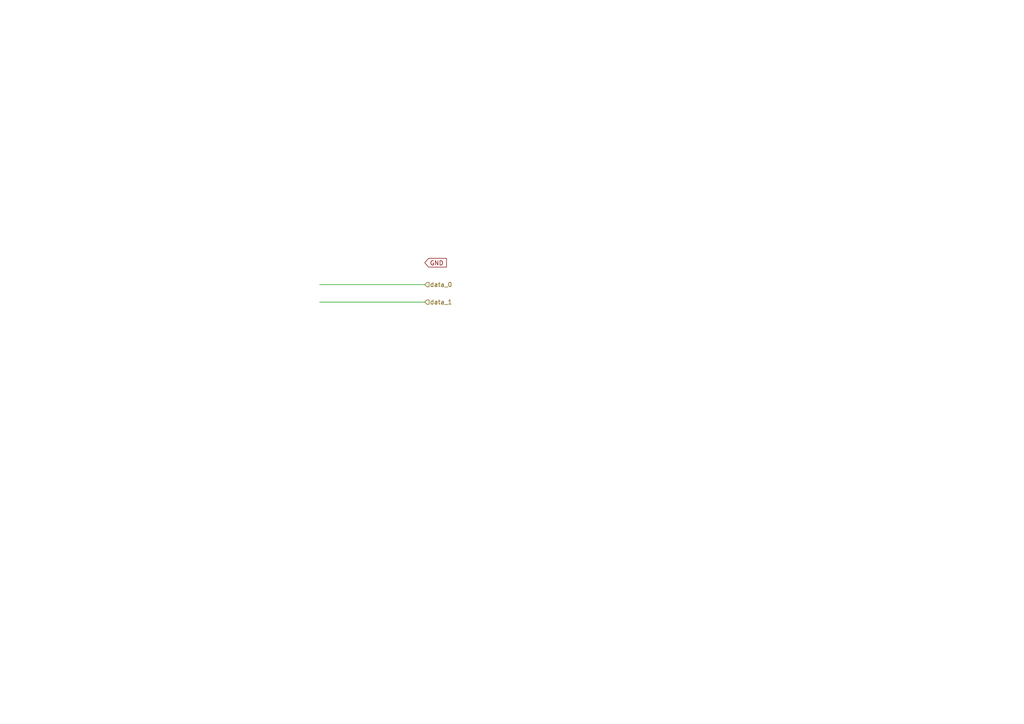
<source format=kicad_sch>
(kicad_sch (version 20230121) (generator eeschema)
  (paper "A4")
  (lib_symbols)
  (wire (pts (xy 92.71 87.63) (xy 123.19 87.63)))
  (wire (pts (xy 92.71 82.55) (xy 123.19 82.55)))
  (global_label "GND" (shape input) (at 123.19 76.2 0) (property "Intersheetrefs" "${INTERSHEET_REFS}" (effects hide)))
  (hierarchical_label "data_1" (shape input) (at 123.19 87.63 0))
  (hierarchical_label "data_0" (shape input) (at 123.19 82.55 0))
)
</source>
